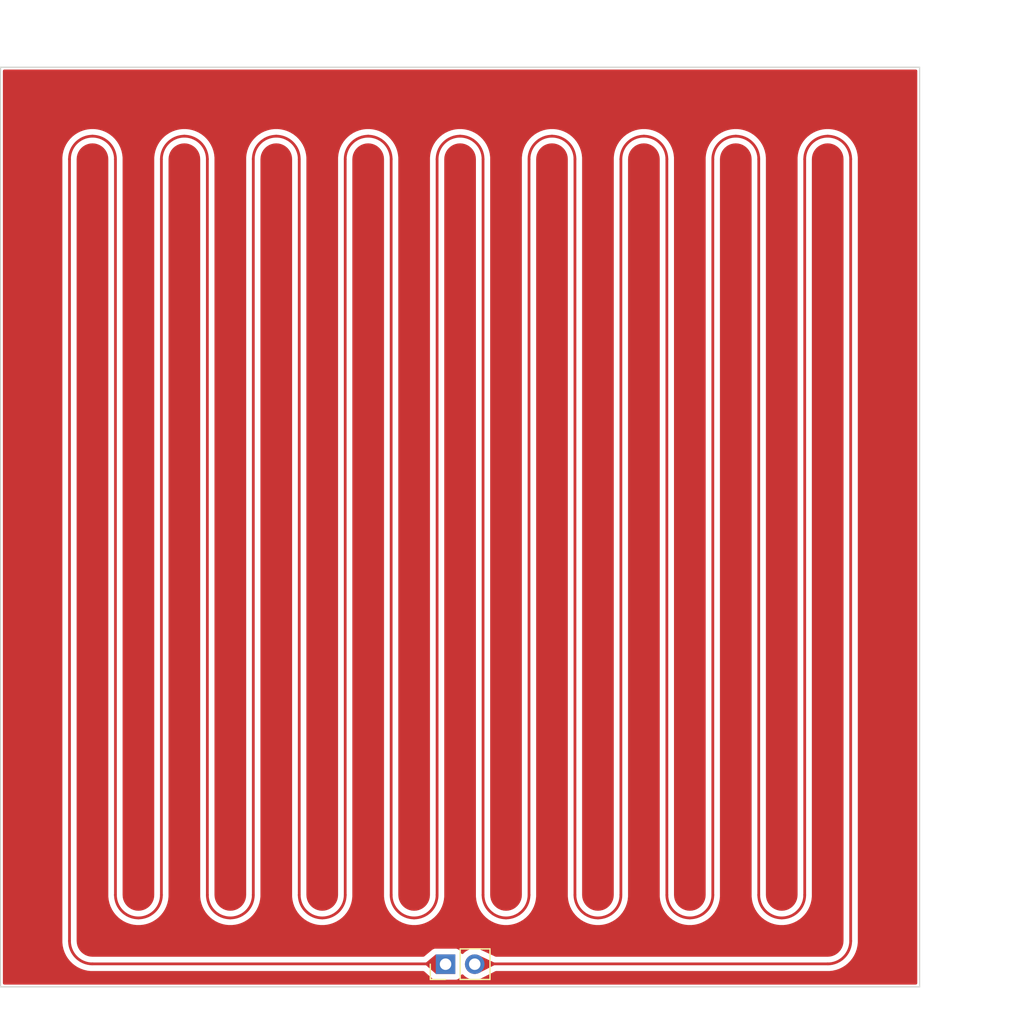
<source format=kicad_pcb>
(kicad_pcb (version 20221018) (generator pcbnew)
  (title_block (title "Reflow Plate Heatbed 80x80 mm") (date "2023-03-19") (rev "v1.0.0") (company "I. Kajdan"))
  (layers (0 "F.Cu" signal) (31 "B.Cu" signal) (37 "F.SilkS" user "F.Silkscreen") (44 "Edge.Cuts" user))
  (net 0 "")
  (net 1 "Net-(J1-Pin_1)")
  (footprint "Connector_PinHeader_2.54mm:PinHeader_1x02_P2.54mm_Vertical" (layer "F.Cu") (at 145.735 146.025 90)
    (fp_text reference "J1" hide)
    (fp_text value "PWR")
    (fp_line (start -1.33 -1.33) (end 0 -1.33) (stroke (width 0.12)) (layer "F.SilkS"))
    (fp_line (start -1.33 0) (end -1.33 -1.33) (stroke (width 0.12)) (layer "F.SilkS"))
    (fp_line (start -1.33 1.27) (end -1.33 3.87) (stroke (width 0.12)) (layer "F.SilkS"))
    (fp_line (start -1.33 1.27) (end 1.33 1.27) (stroke (width 0.12)) (layer "F.SilkS"))
    (fp_line (start -1.33 3.87) (end 1.33 3.87) (stroke (width 0.12)) (layer "F.SilkS"))
    (fp_line (start 1.33 1.27) (end 1.33 3.87) (stroke (width 0.12)) (layer "F.SilkS"))
    (pad "1" thru_hole rect (at 0 0 90) (size 1.7 1.7) (drill 1) (layers "*.Cu" "*.Mask") (net 1 "Net-(J1-Pin_1)"))
    (pad "2" thru_hole oval (at 0 2.54 90) (size 1.7 1.7) (drill 1) (layers "*.Cu" "*.Mask") (net 1 "Net-(J1-Pin_1)"))
  )
  (gr_line (start 187 148) (end 107 148) (stroke (width 0.1)) (layer "Edge.Cuts"))
  (gr_line (start 107 148) (end 107 68) (stroke (width 0.1)) (layer "Edge.Cuts"))
  (gr_line (start 107 68) (end 187 68) (stroke (width 0.1)) (layer "Edge.Cuts"))
  (gr_line (start 187 68) (end 187 148) (stroke (width 0.1)) (layer "Edge.Cuts"))
  (segment (start 114.999998 146) (end 145.692322 146) (width 0.241) (layer "F.Cu") (net 1))
  (segment (start 173 140.000001) (end 173 75.999998) (width 0.241) (layer "F.Cu") (net 1))
  (segment (start 145 140.000001) (end 145 75.999998) (width 0.241) (layer "F.Cu") (net 1))
  (segment (start 149 140.000001) (end 149 75.999998) (width 0.241) (layer "F.Cu") (net 1))
  (segment (start 177 140.000001) (end 177 75.999998) (width 0.241) (layer "F.Cu") (net 1))
  (segment (start 137 140.000001) (end 137 75.999998) (width 0.241) (layer "F.Cu") (net 1))
  (segment (start 129 140.000001) (end 129 75.999998) (width 0.241) (layer "F.Cu") (net 1))
  (segment (start 148.2875 146.0125) (end 148.275 146.025) (width 0.241) (layer "F.Cu") (net 1))
  (segment (start 133 140.000001) (end 133 75.999998) (width 0.241) (layer "F.Cu") (net 1))
  (segment (start 145.7225 146.0125) (end 145.735 146.025) (width 0.241) (layer "F.Cu") (net 1))
  (segment (start 113 144.000001) (end 113 75.999998) (width 0.241) (layer "F.Cu") (net 1))
  (segment (start 121 140.000001) (end 121 75.999998) (width 0.241) (layer "F.Cu") (net 1))
  (segment (start 161 140.000001) (end 161 75.999998) (width 0.241) (layer "F.Cu") (net 1))
  (segment (start 117 140.000001) (end 117 75.999998) (width 0.241) (layer "F.Cu") (net 1))
  (segment (start 169 140.000001) (end 169 75.999998) (width 0.241) (layer "F.Cu") (net 1))
  (segment (start 181 144.000001) (end 181 75.999998) (width 0.241) (layer "F.Cu") (net 1))
  (segment (start 157 140.000001) (end 157 75.999998) (width 0.241) (layer "F.Cu") (net 1))
  (segment (start 148.317677 146) (end 179.000001 146) (width 0.241) (layer "F.Cu") (net 1))
  (segment (start 165 140.000001) (end 165 75.999998) (width 0.241) (layer "F.Cu") (net 1))
  (segment (start 125 140.000001) (end 125 75.999998) (width 0.241) (layer "F.Cu") (net 1))
  (segment (start 141 75.999998) (end 141 140.000001) (width 0.241) (layer "F.Cu") (net 1))
  (segment (start 153 140.000001) (end 153 75.999998) (width 0.241) (layer "F.Cu") (net 1))
  (arc (start 121 140.000001) (mid 120.414213 141.414213) (end 119.000001 142) (width 0.241) (layer "F.Cu") (net 1))
  (arc (start 173 140.000001) (mid 173.585785 141.414213) (end 174.999998 142) (width 0.241) (layer "F.Cu") (net 1))
  (arc (start 133 75.999998) (mid 132.414213 74.585785) (end 131.000001 74) (width 0.241) (layer "F.Cu") (net 1))
  (arc (start 148.317677 146) (mid 148.301334 146.003215) (end 148.2875 146.0125) (width 0.241) (layer "F.Cu") (net 1))
  (arc (start 157 75.999998) (mid 156.414212 74.585785) (end 154.999998 74) (width 0.241) (layer "F.Cu") (net 1))
  (arc (start 149 140.000001) (mid 149.585786 141.414213) (end 151.000001 142) (width 0.241) (layer "F.Cu") (net 1))
  (arc (start 165 75.999998) (mid 164.414213 74.585785) (end 163.000001 74) (width 0.241) (layer "F.Cu") (net 1))
  (arc (start 145 140.000001) (mid 144.414212 141.414213) (end 142.999998 142) (width 0.241) (layer "F.Cu") (net 1))
  (arc (start 129 140.000001) (mid 128.414212 141.414213) (end 126.999998 142) (width 0.241) (layer "F.Cu") (net 1))
  (arc (start 146.999998 74) (mid 145.585785 74.585785) (end 145 75.999998) (width 0.241) (layer "F.Cu") (net 1))
  (arc (start 153 140.000001) (mid 152.414213 141.414213) (end 151.000001 142) (width 0.241) (layer "F.Cu") (net 1))
  (arc (start 154.999998 74) (mid 153.585785 74.585785) (end 153 75.999998) (width 0.241) (layer "F.Cu") (net 1))
  (arc (start 165 140.000001) (mid 165.585785 141.414213) (end 166.999998 142) (width 0.241) (layer "F.Cu") (net 1))
  (arc (start 173 75.999998) (mid 172.414212 74.585785) (end 170.999998 74) (width 0.241) (layer "F.Cu") (net 1))
  (arc (start 141 140.000001) (mid 141.585785 141.414213) (end 142.999998 142) (width 0.241) (layer "F.Cu") (net 1))
  (arc (start 117 75.999998) (mid 116.414212 74.585785) (end 114.999998 74) (width 0.241) (layer "F.Cu") (net 1))
  (arc (start 170.999998 74) (mid 169.585785 74.585785) (end 169 75.999998) (width 0.241) (layer "F.Cu") (net 1))
  (arc (start 161 140.000001) (mid 160.414212 141.414213) (end 158.999998 142) (width 0.241) (layer "F.Cu") (net 1))
  (arc (start 113 144.000001) (mid 113.585785 145.414213) (end 114.999998 146) (width 0.241) (layer "F.Cu") (net 1))
  (arc (start 123.000001 74) (mid 121.585786 74.585785) (end 121 75.999998) (width 0.241) (layer "F.Cu") (net 1))
  (arc (start 114.999998 74) (mid 113.585785 74.585785) (end 113 75.999998) (width 0.241) (layer "F.Cu") (net 1))
  (arc (start 138.999998 74) (mid 137.585785 74.585785) (end 137 75.999998) (width 0.241) (layer "F.Cu") (net 1))
  (arc (start 125 75.999998) (mid 124.414213 74.585785) (end 123.000001 74) (width 0.241) (layer "F.Cu") (net 1))
  (arc (start 125 140.000001) (mid 125.585785 141.414213) (end 126.999998 142) (width 0.241) (layer "F.Cu") (net 1))
  (arc (start 133 140.000001) (mid 133.585785 141.414213) (end 134.999998 142) (width 0.241) (layer "F.Cu") (net 1))
  (arc (start 131.000001 74) (mid 129.585786 74.585785) (end 129 75.999998) (width 0.241) (layer "F.Cu") (net 1))
  (arc (start 149 75.999998) (mid 148.414212 74.585785) (end 146.999998 74) (width 0.241) (layer "F.Cu") (net 1))
  (arc (start 145.7225 146.0125) (mid 145.708665 146.003215) (end 145.692322 146) (width 0.241) (layer "F.Cu") (net 1))
  (arc (start 177 140.000001) (mid 176.414212 141.414213) (end 174.999998 142) (width 0.241) (layer "F.Cu") (net 1))
  (arc (start 178.999998 74) (mid 177.585785 74.585785) (end 177 75.999998) (width 0.241) (layer "F.Cu") (net 1))
  (arc (start 137 140.000001) (mid 136.414212 141.414213) (end 134.999998 142) (width 0.241) (layer "F.Cu") (net 1))
  (arc (start 169 140.000001) (mid 168.414212 141.414213) (end 166.999998 142) (width 0.241) (layer "F.Cu") (net 1))
  (arc (start 117 140.000001) (mid 117.585786 141.414213) (end 119.000001 142) (width 0.241) (layer "F.Cu") (net 1))
  (arc (start 157 140.000001) (mid 157.585785 141.414213) (end 158.999998 142) (width 0.241) (layer "F.Cu") (net 1))
  (arc (start 181 144.000001) (mid 180.414213 145.414213) (end 179.000001 146) (width 0.241) (layer "F.Cu") (net 1))
  (arc (start 141 75.999998) (mid 140.414212 74.585785) (end 138.999998 74) (width 0.241) (layer "F.Cu") (net 1))
  (arc (start 163.000001 74) (mid 161.585786 74.585785) (end 161 75.999998) (width 0.241) (layer "F.Cu") (net 1))
  (arc (start 181 75.999998) (mid 180.414212 74.585785) (end 178.999998 74) (width 0.241) (layer "F.Cu") (net 1))
  (zone (net 0) (net_name "") (layer "F.Cu") (connect_pads (clearance 0.5)) (min_thickness 0.25) (fill yes (thermal_gap 0.5) (thermal_bridge_width 0.5) (island_removal_mode 1) (island_area_min 10))
    (polygon (pts (xy 107 68) (xy 187 68) (xy 187 148) (xy 107 148)))
  )
)
</source>
